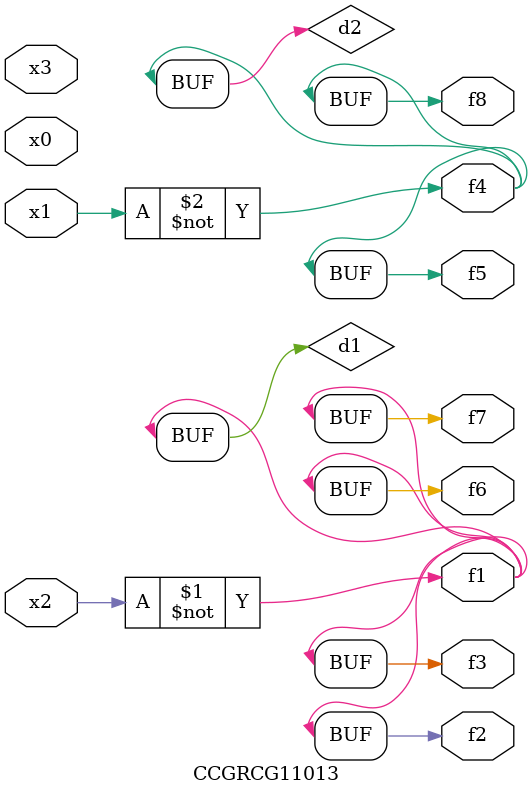
<source format=v>
module CCGRCG11013(
	input x0, x1, x2, x3,
	output f1, f2, f3, f4, f5, f6, f7, f8
);

	wire d1, d2;

	xnor (d1, x2);
	not (d2, x1);
	assign f1 = d1;
	assign f2 = d1;
	assign f3 = d1;
	assign f4 = d2;
	assign f5 = d2;
	assign f6 = d1;
	assign f7 = d1;
	assign f8 = d2;
endmodule

</source>
